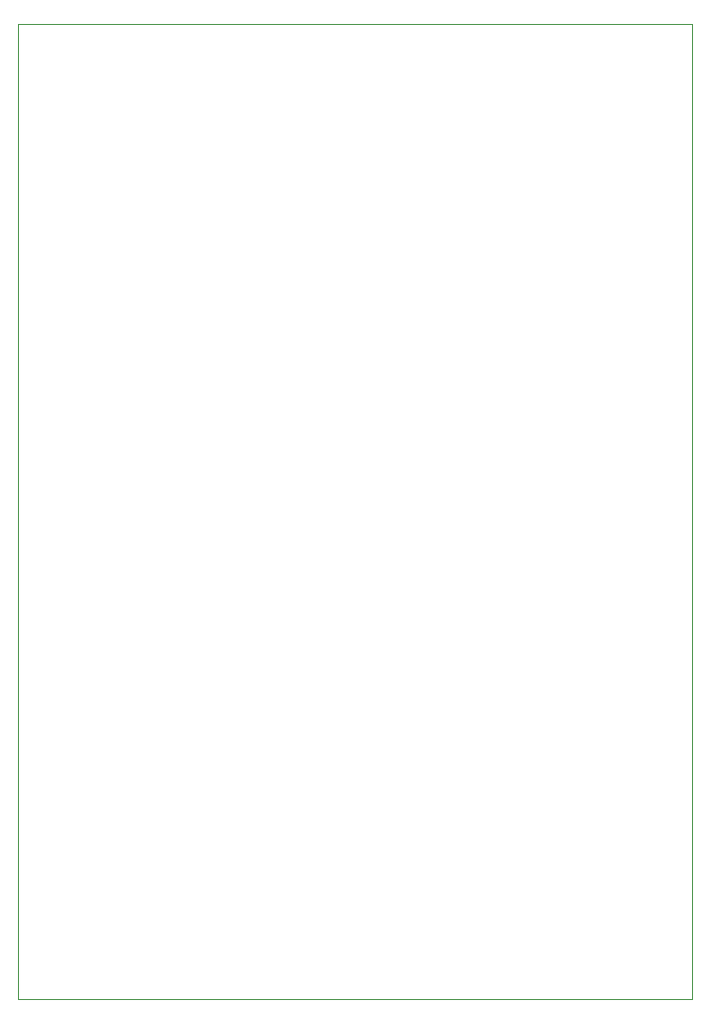
<source format=gbr>
%TF.GenerationSoftware,KiCad,Pcbnew,6.0.5-a6ca702e91~116~ubuntu20.04.1*%
%TF.CreationDate,2022-05-15T13:38:05+02:00*%
%TF.ProjectId,disco-board-pcb,64697363-6f2d-4626-9f61-72642d706362,rev?*%
%TF.SameCoordinates,Original*%
%TF.FileFunction,Profile,NP*%
%FSLAX46Y46*%
G04 Gerber Fmt 4.6, Leading zero omitted, Abs format (unit mm)*
G04 Created by KiCad (PCBNEW 6.0.5-a6ca702e91~116~ubuntu20.04.1) date 2022-05-15 13:38:05*
%MOMM*%
%LPD*%
G01*
G04 APERTURE LIST*
%TA.AperFunction,Profile*%
%ADD10C,0.100000*%
%TD*%
G04 APERTURE END LIST*
D10*
X159400000Y-141200000D02*
X159400000Y-58600000D01*
X102200000Y-58600000D02*
X102200000Y-141200000D01*
X102200000Y-141200000D02*
X159400000Y-141200000D01*
X159400000Y-58600000D02*
X102200000Y-58600000D01*
M02*

</source>
